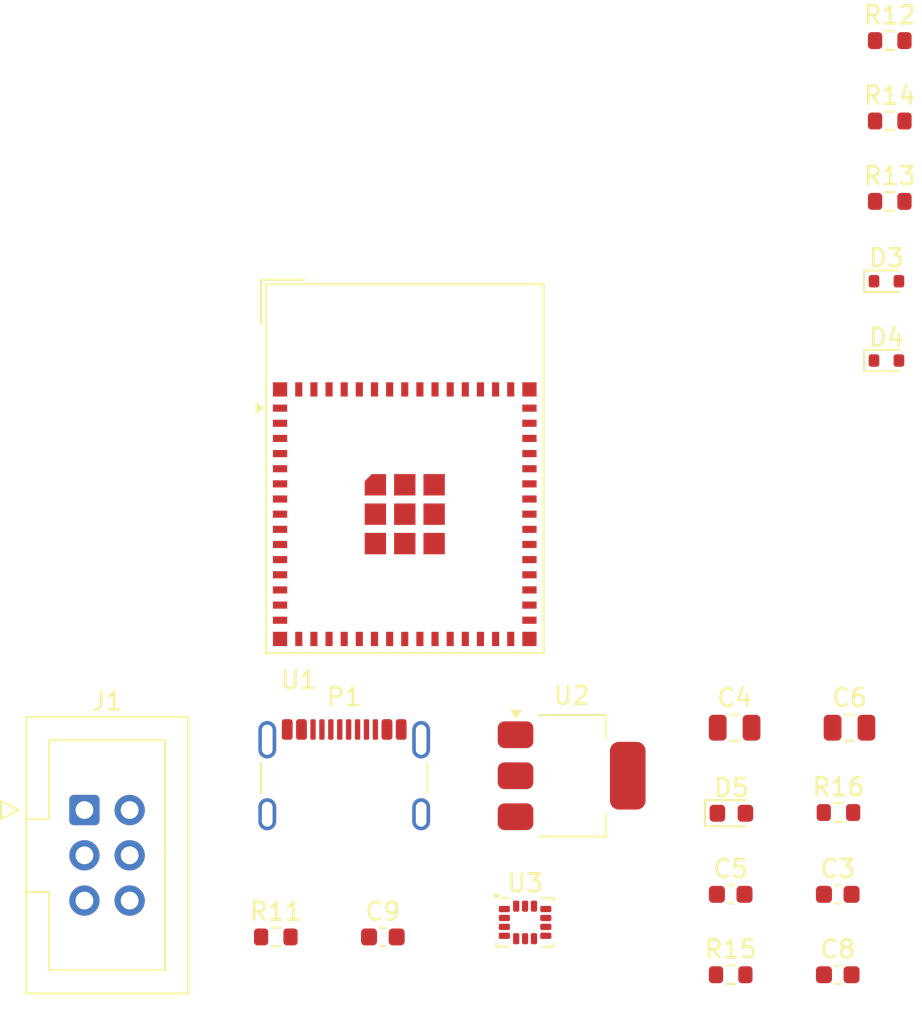
<source format=kicad_pcb>
(kicad_pcb (version 20241229) (generator "pcbnew") (generator_version "9.0")
  (layers (0 "F.Cu" signal) (2 "B.Cu" signal) (13 "F.Paste" user) (15 "B.Paste" user) (5 "F.SilkS" user "F.Silkscreen") (7 "B.SilkS" user "B.Silkscreen") (1 "F.Mask" user) (3 "B.Mask" user) (25 "Edge.Cuts" user))
  (net 0 "")
  (footprint "Resistor_SMD:R_0603_1608Metric" (layer "F.Cu") (at 207.145 70.61)
    (property "Reference" "R13" (at 0 -1.43 0) (layer "F.SilkS"))
    (property "Value" "5.1K")
    (fp_line (start -0.237258 -0.5225) (end 0.237258 -0.5225) (stroke (width 0.12)) (layer "F.SilkS"))
    (fp_line (start -0.237258 0.5225) (end 0.237258 0.5225) (stroke (width 0.12)) (layer "F.SilkS"))
    (pad "1" smd roundrect (at -0.825 0) (size 0.8 0.95) (layers "F.Cu" "F.Mask" "F.Paste"))
    (pad "2" smd roundrect (at 0.825 0) (size 0.8 0.95) (layers "F.Cu" "F.Mask" "F.Paste"))
  )
  (footprint "Capacitor_SMD:C_0805_2012Metric" (layer "F.Cu") (at 198.435 100.14)
    (property "Reference" "C4" (at 0 -1.68 0) (layer "F.SilkS"))
    (property "Value" "10uF")
    (fp_line (start -0.261252 -0.735) (end 0.261252 -0.735) (stroke (width 0.12)) (layer "F.SilkS"))
    (fp_line (start -0.261252 0.735) (end 0.261252 0.735) (stroke (width 0.12)) (layer "F.SilkS"))
    (pad "1" smd roundrect (at -0.95 0) (size 1 1.45) (layers "F.Cu" "F.Mask" "F.Paste"))
    (pad "2" smd roundrect (at 0.95 0) (size 1 1.45) (layers "F.Cu" "F.Mask" "F.Paste"))
  )
  (footprint "Resistor_SMD:R_0603_1608Metric" (layer "F.Cu") (at 198.215 114)
    (property "Reference" "R15" (at 0 -1.43 0) (layer "F.SilkS"))
    (property "Value" "22r")
    (fp_line (start -0.237258 -0.5225) (end 0.237258 -0.5225) (stroke (width 0.12)) (layer "F.SilkS"))
    (fp_line (start -0.237258 0.5225) (end 0.237258 0.5225) (stroke (width 0.12)) (layer "F.SilkS"))
    (pad "1" smd roundrect (at -0.825 0) (size 0.8 0.95) (layers "F.Cu" "F.Mask" "F.Paste"))
    (pad "2" smd roundrect (at 0.825 0) (size 0.8 0.95) (layers "F.Cu" "F.Mask" "F.Paste"))
  )
  (footprint "Capacitor_SMD:C_0603_1608Metric" (layer "F.Cu") (at 204.225 109.49)
    (property "Reference" "C3" (at 0 -1.43 0) (layer "F.SilkS"))
    (property "Value" "10uF")
    (fp_line (start -0.14058 -0.51) (end 0.14058 -0.51) (stroke (width 0.12)) (layer "F.SilkS"))
    (fp_line (start -0.14058 0.51) (end 0.14058 0.51) (stroke (width 0.12)) (layer "F.SilkS"))
    (pad "1" smd roundrect (at -0.775 0) (size 0.9 0.95) (layers "F.Cu" "F.Mask" "F.Paste"))
    (pad "2" smd roundrect (at 0.775 0) (size 0.9 0.95) (layers "F.Cu" "F.Mask" "F.Paste"))
  )
  (footprint "Package_LGA:LGA-14_3x2.5mm_P0.5mm_LayoutBorder3x4y" (layer "F.Cu") (at 186.67 111.065)
    (property "Reference" "U3" (at 0 -2.2 0) (layer "F.SilkS"))
    (property "Value" "None")
    (fp_line (start -1.61 1.36) (end -1.61 1.185) (stroke (width 0.12)) (layer "F.SilkS"))
    (fp_line (start -0.935 -1.36) (end -1.31 -1.36) (stroke (width 0.12)) (layer "F.SilkS"))
    (fp_line (start -0.935 1.36) (end -1.61 1.36) (stroke (width 0.12)) (layer "F.SilkS"))
    (fp_line (start 0.935 -1.36) (end 1.61 -1.36) (stroke (width 0.12)) (layer "F.SilkS"))
    (fp_line (start 0.935 1.36) (end 1.61 1.36) (stroke (width 0.12)) (layer "F.SilkS"))
    (fp_line (start 1.61 -1.36) (end 1.61 -1.185) (stroke (width 0.12)) (layer "F.SilkS"))
    (fp_line (start 1.61 1.36) (end 1.61 1.185) (stroke (width 0.12)) (layer "F.SilkS"))
    (fp_poly (pts (xy -1.61 -1.36) (xy -1.75 -1.55) (xy -1.47 -1.55) (xy -1.61 -1.36)) (stroke (width 0.12)) (fill yes) (layer "F.SilkS"))
    (pad "1" smd roundrect (at -1.1625 -0.75) (size 0.625 0.35) (layers "F.Cu" "F.Mask" "F.Paste"))
    (pad "2" smd roundrect (at -1.1625 -0.25) (size 0.625 0.35) (layers "F.Cu" "F.Mask" "F.Paste"))
    (pad "3" smd roundrect (at -1.1625 0.25) (size 0.625 0.35) (layers "F.Cu" "F.Mask" "F.Paste"))
    (pad "4" smd roundrect (at -1.1625 0.75) (size 0.625 0.35) (layers "F.Cu" "F.Mask" "F.Paste"))
    (pad "5" smd roundrect (at -0.5 0.9125) (size 0.35 0.625) (layers "F.Cu" "F.Mask" "F.Paste"))
    (pad "6" smd roundrect (at 0 0.9125) (size 0.35 0.625) (layers "F.Cu" "F.Mask" "F.Paste"))
    (pad "7" smd roundrect (at 0.5 0.9125) (size 0.35 0.625) (layers "F.Cu" "F.Mask" "F.Paste"))
    (pad "8" smd roundrect (at 1.1625 0.75) (size 0.625 0.35) (layers "F.Cu" "F.Mask" "F.Paste"))
    (pad "9" smd roundrect (at 1.1625 0.25) (size 0.625 0.35) (layers "F.Cu" "F.Mask" "F.Paste"))
    (pad "10" smd roundrect (at 1.1625 -0.25) (size 0.625 0.35) (layers "F.Cu" "F.Mask" "F.Paste"))
    (pad "11" smd roundrect (at 1.1625 -0.75) (size 0.625 0.35) (layers "F.Cu" "F.Mask" "F.Paste"))
    (pad "12" smd roundrect (at 0.5 -0.9125) (size 0.35 0.625) (layers "F.Cu" "F.Mask" "F.Paste"))
    (pad "13" smd roundrect (at 0 -0.9125) (size 0.35 0.625) (layers "F.Cu" "F.Mask" "F.Paste"))
    (pad "14" smd roundrect (at -0.5 -0.9125) (size 0.35 0.625) (layers "F.Cu" "F.Mask" "F.Paste"))
  )
  (footprint "Package_TO_SOT_SMD:SOT-223-3_TabPin2" (layer "F.Cu") (at 189.285 102.835)
    (property "Reference" "U2" (at 0 -4.5 0) (layer "F.SilkS"))
    (property "Value" "None")
    (fp_line (start -1.85 -3.41) (end 1.91 -3.41) (stroke (width 0.12)) (layer "F.SilkS"))
    (fp_line (start -1.85 3.41) (end 1.91 3.41) (stroke (width 0.12)) (layer "F.SilkS"))
    (fp_line (start 1.91 -3.41) (end 1.91 -2.15) (stroke (width 0.12)) (layer "F.SilkS"))
    (fp_line (start 1.91 3.41) (end 1.91 2.15) (stroke (width 0.12)) (layer "F.SilkS"))
    (fp_poly (pts (xy -3.13 -3.31) (xy -3.37 -3.64) (xy -2.89 -3.64) (xy -3.13 -3.31)) (stroke (width 0.12)) (fill yes) (layer "F.SilkS"))
    (pad "1" smd roundrect (at -3.15 -2.3) (size 2 1.5) (layers "F.Cu" "F.Mask" "F.Paste"))
    (pad "2" smd roundrect (at -3.15 0) (size 2 1.5) (layers "F.Cu" "F.Mask" "F.Paste"))
    (pad "2" smd roundrect (at 3.15 0) (size 2 3.8) (layers "F.Cu" "F.Mask" "F.Paste"))
    (pad "3" smd roundrect (at -3.15 2.3) (size 2 1.5) (layers "F.Cu" "F.Mask" "F.Paste"))
  )
  (footprint "Capacitor_SMD:C_0603_1608Metric" (layer "F.Cu") (at 178.685 111.88)
    (property "Reference" "C9" (at 0 -1.43 0) (layer "F.SilkS"))
    (property "Value" "10uF")
    (fp_line (start -0.14058 -0.51) (end 0.14058 -0.51) (stroke (width 0.12)) (layer "F.SilkS"))
    (fp_line (start -0.14058 0.51) (end 0.14058 0.51) (stroke (width 0.12)) (layer "F.SilkS"))
    (pad "1" smd roundrect (at -0.775 0) (size 0.9 0.95) (layers "F.Cu" "F.Mask" "F.Paste"))
    (pad "2" smd roundrect (at 0.775 0) (size 0.9 0.95) (layers "F.Cu" "F.Mask" "F.Paste"))
  )
  (footprint "Resistor_SMD:R_0603_1608Metric" (layer "F.Cu") (at 204.265 104.9)
    (property "Reference" "R16" (at 0 -1.43 0) (layer "F.SilkS"))
    (property "Value" "330")
    (fp_line (start -0.237258 -0.5225) (end 0.237258 -0.5225) (stroke (width 0.12)) (layer "F.SilkS"))
    (fp_line (start -0.237258 0.5225) (end 0.237258 0.5225) (stroke (width 0.12)) (layer "F.SilkS"))
    (pad "1" smd roundrect (at -0.825 0) (size 0.8 0.95) (layers "F.Cu" "F.Mask" "F.Paste"))
    (pad "2" smd roundrect (at 0.825 0) (size 0.8 0.95) (layers "F.Cu" "F.Mask" "F.Paste"))
  )
  (footprint "Capacitor_SMD:C_0603_1608Metric" (layer "F.Cu") (at 198.215 109.49)
    (property "Reference" "C5" (at 0 -1.43 0) (layer "F.SilkS"))
    (property "Value" "10uF")
    (fp_line (start -0.14058 -0.51) (end 0.14058 -0.51) (stroke (width 0.12)) (layer "F.SilkS"))
    (fp_line (start -0.14058 0.51) (end 0.14058 0.51) (stroke (width 0.12)) (layer "F.SilkS"))
    (pad "1" smd roundrect (at -0.775 0) (size 0.9 0.95) (layers "F.Cu" "F.Mask" "F.Paste"))
    (pad "2" smd roundrect (at 0.775 0) (size 0.9 0.95) (layers "F.Cu" "F.Mask" "F.Paste"))
  )
  (footprint "Diode_SMD:D_SOD-523" (layer "F.Cu") (at 206.96 79.54)
    (property "Reference" "D4" (at 0 -1.3 0) (layer "F.SilkS"))
    (property "Value" "None")
    (fp_line (start -1.26 -0.6) (end -1.26 0.6) (stroke (width 0.12)) (layer "F.SilkS"))
    (fp_line (start 0.7 -0.6) (end -1.26 -0.6) (stroke (width 0.12)) (layer "F.SilkS"))
    (fp_line (start 0.7 0.6) (end -1.26 0.6) (stroke (width 0.12)) (layer "F.SilkS"))
    (pad "1" smd roundrect (at -0.7 0 180) (size 0.6 0.7) (layers "F.Cu" "F.Mask" "F.Paste"))
    (pad "2" smd roundrect (at 0.7 0 180) (size 0.6 0.7) (layers "F.Cu" "F.Mask" "F.Paste"))
  )
  (footprint "Resistor_SMD:R_0603_1608Metric" (layer "F.Cu") (at 207.145 66.1)
    (property "Reference" "R14" (at 0 -1.43 0) (layer "F.SilkS"))
    (property "Value" "22r")
    (fp_line (start -0.237258 -0.5225) (end 0.237258 -0.5225) (stroke (width 0.12)) (layer "F.SilkS"))
    (fp_line (start -0.237258 0.5225) (end 0.237258 0.5225) (stroke (width 0.12)) (layer "F.SilkS"))
    (pad "1" smd roundrect (at -0.825 0) (size 0.8 0.95) (layers "F.Cu" "F.Mask" "F.Paste"))
    (pad "2" smd roundrect (at 0.825 0) (size 0.8 0.95) (layers "F.Cu" "F.Mask" "F.Paste"))
  )
  (footprint "Diode_SMD:D_SOD-523" (layer "F.Cu") (at 206.96 75.09)
    (property "Reference" "D3" (at 0 -1.3 0) (layer "F.SilkS"))
    (property "Value" "None")
    (fp_line (start -1.26 -0.6) (end -1.26 0.6) (stroke (width 0.12)) (layer "F.SilkS"))
    (fp_line (start 0.7 -0.6) (end -1.26 -0.6) (stroke (width 0.12)) (layer "F.SilkS"))
    (fp_line (start 0.7 0.6) (end -1.26 0.6) (stroke (width 0.12)) (layer "F.SilkS"))
    (pad "1" smd roundrect (at -0.7 0 180) (size 0.6 0.7) (layers "F.Cu" "F.Mask" "F.Paste"))
    (pad "2" smd roundrect (at 0.7 0 180) (size 0.6 0.7) (layers "F.Cu" "F.Mask" "F.Paste"))
  )
  (footprint "LED_SMD:LED_0603_1608Metric" (layer "F.Cu") (at 198.255 104.94)
    (property "Reference" "D5" (at 0 -1.43 0) (layer "F.SilkS"))
    (property "Value" "LED")
    (fp_line (start -1.485 -0.735) (end -1.485 0.735) (stroke (width 0.12)) (layer "F.SilkS"))
    (fp_line (start -1.485 0.735) (end 0.8 0.735) (stroke (width 0.12)) (layer "F.SilkS"))
    (fp_line (start 0.8 -0.735) (end -1.485 -0.735) (stroke (width 0.12)) (layer "F.SilkS"))
    (pad "1" smd roundrect (at -0.7875 0) (size 0.875 0.95) (layers "F.Cu" "F.Mask" "F.Paste"))
    (pad "2" smd roundrect (at 0.7875 0) (size 0.875 0.95) (layers "F.Cu" "F.Mask" "F.Paste"))
  )
  (footprint "Capacitor_SMD:C_0805_2012Metric" (layer "F.Cu") (at 204.885 100.14)
    (property "Reference" "C6" (at 0 -1.68 0) (layer "F.SilkS"))
    (property "Value" "10uF")
    (fp_line (start -0.261252 -0.735) (end 0.261252 -0.735) (stroke (width 0.12)) (layer "F.SilkS"))
    (fp_line (start -0.261252 0.735) (end 0.261252 0.735) (stroke (width 0.12)) (layer "F.SilkS"))
    (pad "1" smd roundrect (at -0.95 0) (size 1 1.45) (layers "F.Cu" "F.Mask" "F.Paste"))
    (pad "2" smd roundrect (at 0.95 0) (size 1 1.45) (layers "F.Cu" "F.Mask" "F.Paste"))
  )
  (footprint "Capacitor_SMD:C_0603_1608Metric" (layer "F.Cu") (at 204.225 114)
    (property "Reference" "C8" (at 0 -1.43 0) (layer "F.SilkS"))
    (property "Value" "100nF")
    (fp_line (start -0.14058 -0.51) (end 0.14058 -0.51) (stroke (width 0.12)) (layer "F.SilkS"))
    (fp_line (start -0.14058 0.51) (end 0.14058 0.51) (stroke (width 0.12)) (layer "F.SilkS"))
    (pad "1" smd roundrect (at -0.775 0) (size 0.9 0.95) (layers "F.Cu" "F.Mask" "F.Paste"))
    (pad "2" smd roundrect (at 0.775 0) (size 0.9 0.95) (layers "F.Cu" "F.Mask" "F.Paste"))
  )
  (footprint "Resistor_SMD:R_0603_1608Metric" (layer "F.Cu") (at 172.675 111.88)
    (property "Reference" "R11" (at 0 -1.43 0) (layer "F.SilkS"))
    (property "Value" "10K")
    (fp_line (start -0.237258 -0.5225) (end 0.237258 -0.5225) (stroke (width 0.12)) (layer "F.SilkS"))
    (fp_line (start -0.237258 0.5225) (end 0.237258 0.5225) (stroke (width 0.12)) (layer "F.SilkS"))
    (pad "1" smd roundrect (at -0.825 0) (size 0.8 0.95) (layers "F.Cu" "F.Mask" "F.Paste"))
    (pad "2" smd roundrect (at 0.825 0) (size 0.8 0.95) (layers "F.Cu" "F.Mask" "F.Paste"))
  )
  (footprint "RF_Module:ESP32-S2-MINI-1" (layer "F.Cu") (at 179.915 85.61)
    (property "Reference" "U1" (at -5.95 11.85 0) (layer "F.SilkS"))
    (property "Value" "None")
    (fp_line (start -8.075 -10.6) (end -8.075 -8.15) (stroke (width 0.12)) (layer "F.SilkS"))
    (fp_line (start -8.075 -10.6) (end -5.625 -10.6) (stroke (width 0.12)) (layer "F.SilkS"))
    (fp_line (start -7.8 -10.35) (end 7.8 -10.35) (stroke (width 0.12)) (layer "F.SilkS"))
    (fp_line (start -7.8 10.35) (end -7.8 -10.35) (stroke (width 0.12)) (layer "F.SilkS"))
    (fp_line (start 7.8 -10.35) (end 7.8 10.35) (stroke (width 0.12)) (layer "F.SilkS"))
    (fp_line (start 7.8 10.35) (end -7.8 10.35) (stroke (width 0.12)) (layer "F.SilkS"))
    (fp_poly (pts (xy -7.975 -3.4) (xy -8.311 -3.16) (xy -8.311 -3.64) (xy -7.975 -3.4)) (stroke (width 0.12)) (fill yes) (layer "F.SilkS"))
    (pad "1" smd rect (at -7 -3.4) (size 0.8 0.4) (layers "F.Cu" "F.Mask" "F.Paste"))
    (pad "2" smd rect (at -7 -2.55) (size 0.8 0.4) (layers "F.Cu" "F.Mask" "F.Paste"))
    (pad "3" smd rect (at -7 -1.7) (size 0.8 0.4) (layers "F.Cu" "F.Mask" "F.Paste"))
    (pad "4" smd rect (at -7 -0.85) (size 0.8 0.4) (layers "F.Cu" "F.Mask" "F.Paste"))
    (pad "5" smd rect (at -7 0) (size 0.8 0.4) (layers "F.Cu" "F.Mask" "F.Paste"))
    (pad "6" smd rect (at -7 0.85) (size 0.8 0.4) (layers "F.Cu" "F.Mask" "F.Paste"))
    (pad "7" smd rect (at -7 1.7) (size 0.8 0.4) (layers "F.Cu" "F.Mask" "F.Paste"))
    (pad "8" smd rect (at -7 2.55) (size 0.8 0.4) (layers "F.Cu" "F.Mask" "F.Paste"))
    (pad "9" smd rect (at -7 3.4) (size 0.8 0.4) (layers "F.Cu" "F.Mask" "F.Paste"))
    (pad "10" smd rect (at -7 4.25) (size 0.8 0.4) (layers "F.Cu" "F.Mask" "F.Paste"))
    (pad "11" smd rect (at -7 5.1) (size 0.8 0.4) (layers "F.Cu" "F.Mask" "F.Paste"))
    (pad "12" smd rect (at -7 5.95) (size 0.8 0.4) (layers "F.Cu" "F.Mask" "F.Paste"))
    (pad "13" smd rect (at -7 6.8) (size 0.8 0.4) (layers "F.Cu" "F.Mask" "F.Paste"))
    (pad "14" smd rect (at -7 7.65) (size 0.8 0.4) (layers "F.Cu" "F.Mask" "F.Paste"))
    (pad "15" smd rect (at -7 8.5) (size 0.8 0.4) (layers "F.Cu" "F.Mask" "F.Paste"))
    (pad "16" smd rect (at -5.95 9.55 90) (size 0.8 0.4) (layers "F.Cu" "F.Mask" "F.Paste"))
    (pad "17" smd rect (at -5.1 9.55 90) (size 0.8 0.4) (layers "F.Cu" "F.Mask" "F.Paste"))
    (pad "18" smd rect (at -4.25 9.55 90) (size 0.8 0.4) (layers "F.Cu" "F.Mask" "F.Paste"))
    (pad "19" smd rect (at -3.4 9.55 90) (size 0.8 0.4) (layers "F.Cu" "F.Mask" "F.Paste"))
    (pad "20" smd rect (at -2.55 9.55 90) (size 0.8 0.4) (layers "F.Cu" "F.Mask" "F.Paste"))
    (pad "21" smd rect (at -1.7 9.55 90) (size 0.8 0.4) (layers "F.Cu" "F.Mask" "F.Paste"))
    (pad "22" smd rect (at -0.85 9.55 90) (size 0.8 0.4) (layers "F.Cu" "F.Mask" "F.Paste"))
    (pad "23" smd rect (at 0 9.55 90) (size 0.8 0.4) (layers "F.Cu" "F.Mask" "F.Paste"))
    (pad "24" smd rect (at 0.85 9.55 90) (size 0.8 0.4) (layers "F.Cu" "F.Mask" "F.Paste"))
    (pad "25" smd rect (at 1.7 9.55 90) (size 0.8 0.4) (layers "F.Cu" "F.Mask" "F.Paste"))
    (pad "26" smd rect (at 2.55 9.55 90) (size 0.8 0.4) (layers "F.Cu" "F.Mask" "F.Paste"))
    (pad "27" smd rect (at 3.4 9.55 90) (size 0.8 0.4) (layers "F.Cu" "F.Mask" "F.Paste"))
    (pad "28" smd rect (at 4.25 9.55 90) (size 0.8 0.4) (layers "F.Cu" "F.Mask" "F.Paste"))
    (pad "29" smd rect (at 5.1 9.55 90) (size 0.8 0.4) (layers "F.Cu" "F.Mask" "F.Paste"))
    (pad "30" smd rect (at 5.95 9.55 90) (size 0.8 0.4) (layers "F.Cu" "F.Mask" "F.Paste"))
    (pad "31" smd rect (at 7 8.5) (size 0.8 0.4) (layers "F.Cu" "F.Mask" "F.Paste"))
    (pad "32" smd rect (at 7 7.65) (size 0.8 0.4) (layers "F.Cu" "F.Mask" "F.Paste"))
    (pad "33" smd rect (at 7 6.8) (size 0.8 0.4) (layers "F.Cu" "F.Mask" "F.Paste"))
    (pad "34" smd rect (at 7 5.95) (size 0.8 0.4) (layers "F.Cu" "F.Mask" "F.Paste"))
    (pad "35" smd rect (at 7 5.1) (size 0.8 0.4) (layers "F.Cu" "F.Mask" "F.Paste"))
    (pad "36" smd rect (at 7 4.25) (size 0.8 0.4) (layers "F.Cu" "F.Mask" "F.Paste"))
    (pad "37" smd rect (at 7 3.4) (size 0.8 0.4) (layers "F.Cu" "F.Mask" "F.Paste"))
    (pad "38" smd rect (at 7 2.55) (size 0.8 0.4) (layers "F.Cu" "F.Mask" "F.Paste"))
    (pad "39" smd rect (at 7 1.7) (size 0.8 0.4) (layers "F.Cu" "F.Mask" "F.Paste"))
    (pad "40" smd rect (at 7 0.85) (size 0.8 0.4) (layers "F.Cu" "F.Mask" "F.Paste"))
    (pad "41" smd rect (at 7 0) (size 0.8 0.4) (layers "F.Cu" "F.Mask" "F.Paste"))
    (pad "42" smd rect (at 7 -0.85) (size 0.8 0.4) (layers "F.Cu" "F.Mask" "F.Paste"))
    (pad "43" smd rect (at 7 -1.7) (size 0.8 0.4) (layers "F.Cu" "F.Mask" "F.Paste"))
    (pad "44" smd rect (at 7 -2.55) (size 0.8 0.4) (layers "F.Cu" "F.Mask" "F.Paste"))
    (pad "45" smd rect (at 7 -3.4) (size 0.8 0.4) (layers "F.Cu" "F.Mask" "F.Paste"))
    (pad "46" smd rect (at 5.95 -4.45 90) (size 0.8 0.4) (layers "F.Cu" "F.Mask" "F.Paste"))
    (pad "47" smd rect (at 5.1 -4.45 90) (size 0.8 0.4) (layers "F.Cu" "F.Mask" "F.Paste"))
    (pad "48" smd rect (at 4.25 -4.45 90) (size 0.8 0.4) (layers "F.Cu" "F.Mask" "F.Paste"))
    (pad "49" smd rect (at 3.4 -4.45 90) (size 0.8 0.4) (layers "F.Cu" "F.Mask" "F.Paste"))
    (pad "50" smd rect (at 2.55 -4.45 90) (size 0.8 0.4) (layers "F.Cu" "F.Mask" "F.Paste"))
    (pad "51" smd rect (at 1.7 -4.45 90) (size 0.8 0.4) (layers "F.Cu" "F.Mask" "F.Paste"))
    (pad "52" smd rect (at 0.85 -4.45 90) (size 0.8 0.4) (layers "F.Cu" "F.Mask" "F.Paste"))
    (pad "53" smd rect (at 0 -4.45 90) (size 0.8 0.4) (layers "F.Cu" "F.Mask" "F.Paste"))
    (pad "54" smd rect (at -0.85 -4.45 90) (size 0.8 0.4) (layers "F.Cu" "F.Mask" "F.Paste"))
    (pad "55" smd rect (at -1.7 -4.45 90) (size 0.8 0.4) (layers "F.Cu" "F.Mask" "F.Paste"))
    (pad "56" smd rect (at -2.55 -4.45 90) (size 0.8 0.4) (layers "F.Cu" "F.Mask" "F.Paste"))
    (pad "57" smd rect (at -3.4 -4.45 90) (size 0.8 0.4) (layers "F.Cu" "F.Mask" "F.Paste"))
    (pad "58" smd rect (at -4.25 -4.45 90) (size 0.8 0.4) (layers "F.Cu" "F.Mask" "F.Paste"))
    (pad "59" smd rect (at -5.1 -4.45 90) (size 0.8 0.4) (layers "F.Cu" "F.Mask" "F.Paste"))
    (pad "60" smd rect (at -5.95 -4.45 90) (size 0.8 0.4) (layers "F.Cu" "F.Mask" "F.Paste"))
    (pad "61" smd roundrect (at -1.65 0.9) (size 1.2 1.2) (property pad_prop_heatsink) (layers "F.Cu" "F.Mask" "F.Paste") (roundrect_rratio 0) (chamfer_ratio 0.33) (chamfer top_left))
    (pad "61" smd rect (at -1.65 2.55) (size 1.2 1.2) (property pad_prop_heatsink) (layers "F.Cu" "F.Mask" "F.Paste"))
    (pad "61" smd rect (at -1.65 4.2) (size 1.2 1.2) (property pad_prop_heatsink) (layers "F.Cu" "F.Mask" "F.Paste"))
    (pad "61" smd rect (at 0 0.9) (size 1.2 1.2) (property pad_prop_heatsink) (layers "F.Cu" "F.Mask" "F.Paste"))
    (pad "61" smd rect (at 0 2.55) (size 1.2 1.2) (property pad_prop_heatsink) (layers "F.Cu" "F.Mask" "F.Paste"))
    (pad "61" smd rect (at 0 4.2) (size 1.2 1.2) (property pad_prop_heatsink) (layers "F.Cu" "F.Mask" "F.Paste"))
    (pad "61" smd rect (at 1.65 0.9) (size 1.2 1.2) (property pad_prop_heatsink) (layers "F.Cu" "F.Mask" "F.Paste"))
    (pad "61" smd rect (at 1.65 2.55) (size 1.2 1.2) (property pad_prop_heatsink) (layers "F.Cu" "F.Mask" "F.Paste"))
    (pad "61" smd rect (at 1.65 4.2) (size 1.2 1.2) (property pad_prop_heatsink) (layers "F.Cu" "F.Mask" "F.Paste"))
    (pad "62" smd rect (at -7 -4.45) (size 0.8 0.8) (layers "F.Cu" "F.Mask" "F.Paste"))
    (pad "63" smd rect (at -7 9.55) (size 0.8 0.8) (layers "F.Cu" "F.Mask" "F.Paste"))
    (pad "64" smd rect (at 7 9.55) (size 0.8 0.8) (layers "F.Cu" "F.Mask" "F.Paste"))
    (pad "65" smd rect (at 7 -4.45) (size 0.8 0.8) (layers "F.Cu" "F.Mask" "F.Paste"))
  )
  (footprint "Connector_IDC:IDC-Header_2x03_P2.54mm_Vertical" (layer "F.Cu") (at 161.93 104.76)
    (property "Reference" "J1" (at 1.27 -6.1 0) (layer "F.SilkS"))
    (property "Value" "None")
    (fp_line (start -4.68 -0.5) (end -4.68 0.5) (stroke (width 0.12)) (layer "F.SilkS"))
    (fp_line (start -4.68 0.5) (end -3.68 0) (stroke (width 0.12)) (layer "F.SilkS"))
    (fp_line (start -3.68 0) (end -4.68 -0.5) (stroke (width 0.12)) (layer "F.SilkS"))
    (fp_line (start -3.29 -5.21) (end 5.83 -5.21) (stroke (width 0.12)) (layer "F.SilkS"))
    (fp_line (start -3.29 0.49) (end -1.98 0.49) (stroke (width 0.12)) (layer "F.SilkS"))
    (fp_line (start -3.29 10.29) (end -3.29 -5.21) (stroke (width 0.12)) (layer "F.SilkS"))
    (fp_line (start -1.98 -3.91) (end 4.52 -3.91) (stroke (width 0.12)) (layer "F.SilkS"))
    (fp_line (start -1.98 0.49) (end -1.98 -3.91) (stroke (width 0.12)) (layer "F.SilkS"))
    (fp_line (start -1.98 4.59) (end -3.29 4.59) (stroke (width 0.12)) (layer "F.SilkS"))
    (fp_line (start -1.98 4.59) (end -1.98 4.59) (stroke (width 0.12)) (layer "F.SilkS"))
    (fp_line (start -1.98 8.99) (end -1.98 4.59) (stroke (width 0.12)) (layer "F.SilkS"))
    (fp_line (start 4.52 -3.91) (end 4.52 8.99) (stroke (width 0.12)) (layer "F.SilkS"))
    (fp_line (start 4.52 8.99) (end -1.98 8.99) (stroke (width 0.12)) (layer "F.SilkS"))
    (fp_line (start 5.83 -5.21) (end 5.83 10.29) (stroke (width 0.12)) (layer "F.SilkS"))
    (fp_line (start 5.83 10.29) (end -3.29 10.29) (stroke (width 0.12)) (layer "F.SilkS"))
    (pad "1" thru_hole roundrect (at 0 0) (size 1.7 1.7) (drill 1) (layers "*.Cu" "*.Mask") (roundrect_rratio 0.147059))
    (pad "2" thru_hole circle (at 2.54 0) (size 1.7 1.7) (drill 1) (layers "*.Cu" "*.Mask"))
    (pad "3" thru_hole circle (at 0 2.54) (size 1.7 1.7) (drill 1) (layers "*.Cu" "*.Mask"))
    (pad "4" thru_hole circle (at 2.54 2.54) (size 1.7 1.7) (drill 1) (layers "*.Cu" "*.Mask"))
    (pad "5" thru_hole circle (at 0 5.08) (size 1.7 1.7) (drill 1) (layers "*.Cu" "*.Mask"))
    (pad "6" thru_hole circle (at 2.54 5.08) (size 1.7 1.7) (drill 1) (layers "*.Cu" "*.Mask"))
  )
  (footprint "Resistor_SMD:R_0603_1608Metric" (layer "F.Cu") (at 207.145 61.59)
    (property "Reference" "R12" (at 0 -1.43 0) (layer "F.SilkS"))
    (property "Value" "10K")
    (fp_line (start -0.237258 -0.5225) (end 0.237258 -0.5225) (stroke (width 0.12)) (layer "F.SilkS"))
    (fp_line (start -0.237258 0.5225) (end 0.237258 0.5225) (stroke (width 0.12)) (layer "F.SilkS"))
    (pad "1" smd roundrect (at -0.825 0) (size 0.8 0.95) (layers "F.Cu" "F.Mask" "F.Paste"))
    (pad "2" smd roundrect (at 0.825 0) (size 0.8 0.95) (layers "F.Cu" "F.Mask" "F.Paste"))
  )
  (footprint "Connector_USB:USB_C_Receptacle_GCT_USB4105-xx-A_16P_TopMnt_Horizontal" (layer "F.Cu") (at 176.515 103.92)
    (property "Reference" "P1" (at 0 -5.5 0) (layer "F.SilkS"))
    (property "Value" "None")
    (fp_line (start -4.67 -0.1) (end -4.67 -1.8) (stroke (width 0.12)) (layer "F.SilkS"))
    (fp_line (start 4.67 -0.1) (end 4.67 -1.8) (stroke (width 0.12)) (layer "F.SilkS"))
    (pad "" np_thru_hole circle (at -2.89 -2.605) (size 0.65 0.65) (drill 0.65) (layers "*.Cu" "*.Mask"))
    (pad "" np_thru_hole circle (at 2.89 -2.605) (size 0.65 0.65) (drill 0.65) (layers "*.Cu" "*.Mask"))
    (pad "A1" smd roundrect (at -3.2 -3.68) (size 0.6 1.15) (layers "F.Cu" "F.Mask" "F.Paste"))
    (pad "A4" smd roundrect (at -2.4 -3.68) (size 0.6 1.15) (layers "F.Cu" "F.Mask" "F.Paste"))
    (pad "A5" smd roundrect (at -1.25 -3.68) (size 0.3 1.15) (layers "F.Cu" "F.Mask" "F.Paste"))
    (pad "A6" smd roundrect (at -0.25 -3.68) (size 0.3 1.15) (layers "F.Cu" "F.Mask" "F.Paste"))
    (pad "A7" smd roundrect (at 0.25 -3.68) (size 0.3 1.15) (layers "F.Cu" "F.Mask" "F.Paste"))
    (pad "A8" smd roundrect (at 1.25 -3.68) (size 0.3 1.15) (layers "F.Cu" "F.Mask" "F.Paste"))
    (pad "A9" smd roundrect (at 2.4 -3.68) (size 0.6 1.15) (layers "F.Cu" "F.Mask" "F.Paste"))
    (pad "A12" smd roundrect (at 3.2 -3.68) (size 0.6 1.15) (layers "F.Cu" "F.Mask" "F.Paste"))
    (pad "B1" smd roundrect (at 3.2 -3.68) (size 0.6 1.15) (layers "F.Cu" "F.Mask" "F.Paste"))
    (pad "B4" smd roundrect (at 2.4 -3.68) (size 0.6 1.15) (layers "F.Cu" "F.Mask" "F.Paste"))
    (pad "B5" smd roundrect (at 1.75 -3.68) (size 0.3 1.15) (layers "F.Cu" "F.Mask" "F.Paste"))
    (pad "B6" smd roundrect (at 0.75 -3.68) (size 0.3 1.15) (layers "F.Cu" "F.Mask" "F.Paste"))
    (pad "B7" smd roundrect (at -0.75 -3.68) (size 0.3 1.15) (layers "F.Cu" "F.Mask" "F.Paste"))
    (pad "B8" smd roundrect (at -1.75 -3.68) (size 0.3 1.15) (layers "F.Cu" "F.Mask" "F.Paste"))
    (pad "B9" smd roundrect (at -2.4 -3.68) (size 0.6 1.15) (layers "F.Cu" "F.Mask" "F.Paste"))
    (pad "B12" smd roundrect (at -3.2 -3.68) (size 0.6 1.15) (layers "F.Cu" "F.Mask" "F.Paste"))
    (pad "S1" thru_hole oval (at -4.32 -3.105) (size 1 2.1) (drill oval 0.6 1.7) (property pad_prop_heatsink) (layers "*.Cu" "*.Mask" "F.Paste"))
    (pad "S1" thru_hole oval (at -4.32 1.075) (size 1 1.8) (drill oval 0.6 1.4) (property pad_prop_heatsink) (layers "*.Cu" "*.Mask" "F.Paste"))
    (pad "S1" thru_hole oval (at 4.32 -3.105) (size 1 2.1) (drill oval 0.6 1.7) (property pad_prop_heatsink) (layers "*.Cu" "*.Mask" "F.Paste"))
    (pad "S1" thru_hole oval (at 4.32 1.075) (size 1 1.8) (drill oval 0.6 1.4) (property pad_prop_heatsink) (layers "*.Cu" "*.Mask" "F.Paste"))
  )
)
</source>
